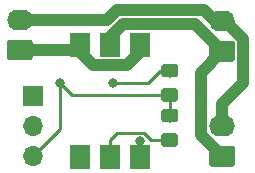
<source format=gbr>
G04 #@! TF.GenerationSoftware,KiCad,Pcbnew,(5.1.0)-1*
G04 #@! TF.CreationDate,2019-06-17T22:32:11+07:00*
G04 #@! TF.ProjectId,RCswitch2,52437377-6974-4636-9832-2e6b69636164,rev?*
G04 #@! TF.SameCoordinates,Original*
G04 #@! TF.FileFunction,Copper,L2,Bot*
G04 #@! TF.FilePolarity,Positive*
%FSLAX46Y46*%
G04 Gerber Fmt 4.6, Leading zero omitted, Abs format (unit mm)*
G04 Created by KiCad (PCBNEW (5.1.0)-1) date 2019-06-17 22:32:11*
%MOMM*%
%LPD*%
G04 APERTURE LIST*
%ADD10R,1.780000X2.000000*%
%ADD11C,0.100000*%
%ADD12C,1.150000*%
%ADD13R,1.700000X1.700000*%
%ADD14O,1.700000X1.700000*%
%ADD15C,1.740000*%
%ADD16O,2.200000X1.740000*%
%ADD17C,0.800000*%
%ADD18C,0.250000*%
%ADD19C,1.000000*%
G04 APERTURE END LIST*
D10*
X40259000Y-44892000D03*
X35179000Y-54422000D03*
X37719000Y-44892000D03*
X37719000Y-54422000D03*
X35179000Y-44892000D03*
X40259000Y-54422000D03*
D11*
G36*
X43273505Y-50344204D02*
G01*
X43297773Y-50347804D01*
X43321572Y-50353765D01*
X43344671Y-50362030D01*
X43366850Y-50372520D01*
X43387893Y-50385132D01*
X43407599Y-50399747D01*
X43425777Y-50416223D01*
X43442253Y-50434401D01*
X43456868Y-50454107D01*
X43469480Y-50475150D01*
X43479970Y-50497329D01*
X43488235Y-50520428D01*
X43494196Y-50544227D01*
X43497796Y-50568495D01*
X43499000Y-50592999D01*
X43499000Y-51243001D01*
X43497796Y-51267505D01*
X43494196Y-51291773D01*
X43488235Y-51315572D01*
X43479970Y-51338671D01*
X43469480Y-51360850D01*
X43456868Y-51381893D01*
X43442253Y-51401599D01*
X43425777Y-51419777D01*
X43407599Y-51436253D01*
X43387893Y-51450868D01*
X43366850Y-51463480D01*
X43344671Y-51473970D01*
X43321572Y-51482235D01*
X43297773Y-51488196D01*
X43273505Y-51491796D01*
X43249001Y-51493000D01*
X42348999Y-51493000D01*
X42324495Y-51491796D01*
X42300227Y-51488196D01*
X42276428Y-51482235D01*
X42253329Y-51473970D01*
X42231150Y-51463480D01*
X42210107Y-51450868D01*
X42190401Y-51436253D01*
X42172223Y-51419777D01*
X42155747Y-51401599D01*
X42141132Y-51381893D01*
X42128520Y-51360850D01*
X42118030Y-51338671D01*
X42109765Y-51315572D01*
X42103804Y-51291773D01*
X42100204Y-51267505D01*
X42099000Y-51243001D01*
X42099000Y-50592999D01*
X42100204Y-50568495D01*
X42103804Y-50544227D01*
X42109765Y-50520428D01*
X42118030Y-50497329D01*
X42128520Y-50475150D01*
X42141132Y-50454107D01*
X42155747Y-50434401D01*
X42172223Y-50416223D01*
X42190401Y-50399747D01*
X42210107Y-50385132D01*
X42231150Y-50372520D01*
X42253329Y-50362030D01*
X42276428Y-50353765D01*
X42300227Y-50347804D01*
X42324495Y-50344204D01*
X42348999Y-50343000D01*
X43249001Y-50343000D01*
X43273505Y-50344204D01*
X43273505Y-50344204D01*
G37*
D12*
X42799000Y-50918000D03*
D11*
G36*
X43273505Y-52394204D02*
G01*
X43297773Y-52397804D01*
X43321572Y-52403765D01*
X43344671Y-52412030D01*
X43366850Y-52422520D01*
X43387893Y-52435132D01*
X43407599Y-52449747D01*
X43425777Y-52466223D01*
X43442253Y-52484401D01*
X43456868Y-52504107D01*
X43469480Y-52525150D01*
X43479970Y-52547329D01*
X43488235Y-52570428D01*
X43494196Y-52594227D01*
X43497796Y-52618495D01*
X43499000Y-52642999D01*
X43499000Y-53293001D01*
X43497796Y-53317505D01*
X43494196Y-53341773D01*
X43488235Y-53365572D01*
X43479970Y-53388671D01*
X43469480Y-53410850D01*
X43456868Y-53431893D01*
X43442253Y-53451599D01*
X43425777Y-53469777D01*
X43407599Y-53486253D01*
X43387893Y-53500868D01*
X43366850Y-53513480D01*
X43344671Y-53523970D01*
X43321572Y-53532235D01*
X43297773Y-53538196D01*
X43273505Y-53541796D01*
X43249001Y-53543000D01*
X42348999Y-53543000D01*
X42324495Y-53541796D01*
X42300227Y-53538196D01*
X42276428Y-53532235D01*
X42253329Y-53523970D01*
X42231150Y-53513480D01*
X42210107Y-53500868D01*
X42190401Y-53486253D01*
X42172223Y-53469777D01*
X42155747Y-53451599D01*
X42141132Y-53431893D01*
X42128520Y-53410850D01*
X42118030Y-53388671D01*
X42109765Y-53365572D01*
X42103804Y-53341773D01*
X42100204Y-53317505D01*
X42099000Y-53293001D01*
X42099000Y-52642999D01*
X42100204Y-52618495D01*
X42103804Y-52594227D01*
X42109765Y-52570428D01*
X42118030Y-52547329D01*
X42128520Y-52525150D01*
X42141132Y-52504107D01*
X42155747Y-52484401D01*
X42172223Y-52466223D01*
X42190401Y-52449747D01*
X42210107Y-52435132D01*
X42231150Y-52422520D01*
X42253329Y-52412030D01*
X42276428Y-52403765D01*
X42300227Y-52397804D01*
X42324495Y-52394204D01*
X42348999Y-52393000D01*
X43249001Y-52393000D01*
X43273505Y-52394204D01*
X43273505Y-52394204D01*
G37*
D12*
X42799000Y-52968000D03*
D11*
G36*
X43273505Y-48584204D02*
G01*
X43297773Y-48587804D01*
X43321572Y-48593765D01*
X43344671Y-48602030D01*
X43366850Y-48612520D01*
X43387893Y-48625132D01*
X43407599Y-48639747D01*
X43425777Y-48656223D01*
X43442253Y-48674401D01*
X43456868Y-48694107D01*
X43469480Y-48715150D01*
X43479970Y-48737329D01*
X43488235Y-48760428D01*
X43494196Y-48784227D01*
X43497796Y-48808495D01*
X43499000Y-48832999D01*
X43499000Y-49483001D01*
X43497796Y-49507505D01*
X43494196Y-49531773D01*
X43488235Y-49555572D01*
X43479970Y-49578671D01*
X43469480Y-49600850D01*
X43456868Y-49621893D01*
X43442253Y-49641599D01*
X43425777Y-49659777D01*
X43407599Y-49676253D01*
X43387893Y-49690868D01*
X43366850Y-49703480D01*
X43344671Y-49713970D01*
X43321572Y-49722235D01*
X43297773Y-49728196D01*
X43273505Y-49731796D01*
X43249001Y-49733000D01*
X42348999Y-49733000D01*
X42324495Y-49731796D01*
X42300227Y-49728196D01*
X42276428Y-49722235D01*
X42253329Y-49713970D01*
X42231150Y-49703480D01*
X42210107Y-49690868D01*
X42190401Y-49676253D01*
X42172223Y-49659777D01*
X42155747Y-49641599D01*
X42141132Y-49621893D01*
X42128520Y-49600850D01*
X42118030Y-49578671D01*
X42109765Y-49555572D01*
X42103804Y-49531773D01*
X42100204Y-49507505D01*
X42099000Y-49483001D01*
X42099000Y-48832999D01*
X42100204Y-48808495D01*
X42103804Y-48784227D01*
X42109765Y-48760428D01*
X42118030Y-48737329D01*
X42128520Y-48715150D01*
X42141132Y-48694107D01*
X42155747Y-48674401D01*
X42172223Y-48656223D01*
X42190401Y-48639747D01*
X42210107Y-48625132D01*
X42231150Y-48612520D01*
X42253329Y-48602030D01*
X42276428Y-48593765D01*
X42300227Y-48587804D01*
X42324495Y-48584204D01*
X42348999Y-48583000D01*
X43249001Y-48583000D01*
X43273505Y-48584204D01*
X43273505Y-48584204D01*
G37*
D12*
X42799000Y-49158000D03*
D11*
G36*
X43273505Y-46534204D02*
G01*
X43297773Y-46537804D01*
X43321572Y-46543765D01*
X43344671Y-46552030D01*
X43366850Y-46562520D01*
X43387893Y-46575132D01*
X43407599Y-46589747D01*
X43425777Y-46606223D01*
X43442253Y-46624401D01*
X43456868Y-46644107D01*
X43469480Y-46665150D01*
X43479970Y-46687329D01*
X43488235Y-46710428D01*
X43494196Y-46734227D01*
X43497796Y-46758495D01*
X43499000Y-46782999D01*
X43499000Y-47433001D01*
X43497796Y-47457505D01*
X43494196Y-47481773D01*
X43488235Y-47505572D01*
X43479970Y-47528671D01*
X43469480Y-47550850D01*
X43456868Y-47571893D01*
X43442253Y-47591599D01*
X43425777Y-47609777D01*
X43407599Y-47626253D01*
X43387893Y-47640868D01*
X43366850Y-47653480D01*
X43344671Y-47663970D01*
X43321572Y-47672235D01*
X43297773Y-47678196D01*
X43273505Y-47681796D01*
X43249001Y-47683000D01*
X42348999Y-47683000D01*
X42324495Y-47681796D01*
X42300227Y-47678196D01*
X42276428Y-47672235D01*
X42253329Y-47663970D01*
X42231150Y-47653480D01*
X42210107Y-47640868D01*
X42190401Y-47626253D01*
X42172223Y-47609777D01*
X42155747Y-47591599D01*
X42141132Y-47571893D01*
X42128520Y-47550850D01*
X42118030Y-47528671D01*
X42109765Y-47505572D01*
X42103804Y-47481773D01*
X42100204Y-47457505D01*
X42099000Y-47433001D01*
X42099000Y-46782999D01*
X42100204Y-46758495D01*
X42103804Y-46734227D01*
X42109765Y-46710428D01*
X42118030Y-46687329D01*
X42128520Y-46665150D01*
X42141132Y-46644107D01*
X42155747Y-46624401D01*
X42172223Y-46606223D01*
X42190401Y-46589747D01*
X42210107Y-46575132D01*
X42231150Y-46562520D01*
X42253329Y-46552030D01*
X42276428Y-46543765D01*
X42300227Y-46537804D01*
X42324495Y-46534204D01*
X42348999Y-46533000D01*
X43249001Y-46533000D01*
X43273505Y-46534204D01*
X43273505Y-46534204D01*
G37*
D12*
X42799000Y-47108000D03*
D13*
X31242000Y-49276000D03*
D14*
X31242000Y-51816000D03*
X31242000Y-54356000D03*
D11*
G36*
X30973505Y-44470204D02*
G01*
X30997773Y-44473804D01*
X31021572Y-44479765D01*
X31044671Y-44488030D01*
X31066850Y-44498520D01*
X31087893Y-44511132D01*
X31107599Y-44525747D01*
X31125777Y-44542223D01*
X31142253Y-44560401D01*
X31156868Y-44580107D01*
X31169480Y-44601150D01*
X31179970Y-44623329D01*
X31188235Y-44646428D01*
X31194196Y-44670227D01*
X31197796Y-44694495D01*
X31199000Y-44718999D01*
X31199000Y-45959001D01*
X31197796Y-45983505D01*
X31194196Y-46007773D01*
X31188235Y-46031572D01*
X31179970Y-46054671D01*
X31169480Y-46076850D01*
X31156868Y-46097893D01*
X31142253Y-46117599D01*
X31125777Y-46135777D01*
X31107599Y-46152253D01*
X31087893Y-46166868D01*
X31066850Y-46179480D01*
X31044671Y-46189970D01*
X31021572Y-46198235D01*
X30997773Y-46204196D01*
X30973505Y-46207796D01*
X30949001Y-46209000D01*
X29248999Y-46209000D01*
X29224495Y-46207796D01*
X29200227Y-46204196D01*
X29176428Y-46198235D01*
X29153329Y-46189970D01*
X29131150Y-46179480D01*
X29110107Y-46166868D01*
X29090401Y-46152253D01*
X29072223Y-46135777D01*
X29055747Y-46117599D01*
X29041132Y-46097893D01*
X29028520Y-46076850D01*
X29018030Y-46054671D01*
X29009765Y-46031572D01*
X29003804Y-46007773D01*
X29000204Y-45983505D01*
X28999000Y-45959001D01*
X28999000Y-44718999D01*
X29000204Y-44694495D01*
X29003804Y-44670227D01*
X29009765Y-44646428D01*
X29018030Y-44623329D01*
X29028520Y-44601150D01*
X29041132Y-44580107D01*
X29055747Y-44560401D01*
X29072223Y-44542223D01*
X29090401Y-44525747D01*
X29110107Y-44511132D01*
X29131150Y-44498520D01*
X29153329Y-44488030D01*
X29176428Y-44479765D01*
X29200227Y-44473804D01*
X29224495Y-44470204D01*
X29248999Y-44469000D01*
X30949001Y-44469000D01*
X30973505Y-44470204D01*
X30973505Y-44470204D01*
G37*
D15*
X30099000Y-45339000D03*
D16*
X30099000Y-42799000D03*
D11*
G36*
X48118505Y-53487204D02*
G01*
X48142773Y-53490804D01*
X48166572Y-53496765D01*
X48189671Y-53505030D01*
X48211850Y-53515520D01*
X48232893Y-53528132D01*
X48252599Y-53542747D01*
X48270777Y-53559223D01*
X48287253Y-53577401D01*
X48301868Y-53597107D01*
X48314480Y-53618150D01*
X48324970Y-53640329D01*
X48333235Y-53663428D01*
X48339196Y-53687227D01*
X48342796Y-53711495D01*
X48344000Y-53735999D01*
X48344000Y-54976001D01*
X48342796Y-55000505D01*
X48339196Y-55024773D01*
X48333235Y-55048572D01*
X48324970Y-55071671D01*
X48314480Y-55093850D01*
X48301868Y-55114893D01*
X48287253Y-55134599D01*
X48270777Y-55152777D01*
X48252599Y-55169253D01*
X48232893Y-55183868D01*
X48211850Y-55196480D01*
X48189671Y-55206970D01*
X48166572Y-55215235D01*
X48142773Y-55221196D01*
X48118505Y-55224796D01*
X48094001Y-55226000D01*
X46393999Y-55226000D01*
X46369495Y-55224796D01*
X46345227Y-55221196D01*
X46321428Y-55215235D01*
X46298329Y-55206970D01*
X46276150Y-55196480D01*
X46255107Y-55183868D01*
X46235401Y-55169253D01*
X46217223Y-55152777D01*
X46200747Y-55134599D01*
X46186132Y-55114893D01*
X46173520Y-55093850D01*
X46163030Y-55071671D01*
X46154765Y-55048572D01*
X46148804Y-55024773D01*
X46145204Y-55000505D01*
X46144000Y-54976001D01*
X46144000Y-53735999D01*
X46145204Y-53711495D01*
X46148804Y-53687227D01*
X46154765Y-53663428D01*
X46163030Y-53640329D01*
X46173520Y-53618150D01*
X46186132Y-53597107D01*
X46200747Y-53577401D01*
X46217223Y-53559223D01*
X46235401Y-53542747D01*
X46255107Y-53528132D01*
X46276150Y-53515520D01*
X46298329Y-53505030D01*
X46321428Y-53496765D01*
X46345227Y-53490804D01*
X46369495Y-53487204D01*
X46393999Y-53486000D01*
X48094001Y-53486000D01*
X48118505Y-53487204D01*
X48118505Y-53487204D01*
G37*
D15*
X47244000Y-54356000D03*
D16*
X47244000Y-51816000D03*
D11*
G36*
X48118505Y-44597204D02*
G01*
X48142773Y-44600804D01*
X48166572Y-44606765D01*
X48189671Y-44615030D01*
X48211850Y-44625520D01*
X48232893Y-44638132D01*
X48252599Y-44652747D01*
X48270777Y-44669223D01*
X48287253Y-44687401D01*
X48301868Y-44707107D01*
X48314480Y-44728150D01*
X48324970Y-44750329D01*
X48333235Y-44773428D01*
X48339196Y-44797227D01*
X48342796Y-44821495D01*
X48344000Y-44845999D01*
X48344000Y-46086001D01*
X48342796Y-46110505D01*
X48339196Y-46134773D01*
X48333235Y-46158572D01*
X48324970Y-46181671D01*
X48314480Y-46203850D01*
X48301868Y-46224893D01*
X48287253Y-46244599D01*
X48270777Y-46262777D01*
X48252599Y-46279253D01*
X48232893Y-46293868D01*
X48211850Y-46306480D01*
X48189671Y-46316970D01*
X48166572Y-46325235D01*
X48142773Y-46331196D01*
X48118505Y-46334796D01*
X48094001Y-46336000D01*
X46393999Y-46336000D01*
X46369495Y-46334796D01*
X46345227Y-46331196D01*
X46321428Y-46325235D01*
X46298329Y-46316970D01*
X46276150Y-46306480D01*
X46255107Y-46293868D01*
X46235401Y-46279253D01*
X46217223Y-46262777D01*
X46200747Y-46244599D01*
X46186132Y-46224893D01*
X46173520Y-46203850D01*
X46163030Y-46181671D01*
X46154765Y-46158572D01*
X46148804Y-46134773D01*
X46145204Y-46110505D01*
X46144000Y-46086001D01*
X46144000Y-44845999D01*
X46145204Y-44821495D01*
X46148804Y-44797227D01*
X46154765Y-44773428D01*
X46163030Y-44750329D01*
X46173520Y-44728150D01*
X46186132Y-44707107D01*
X46200747Y-44687401D01*
X46217223Y-44669223D01*
X46235401Y-44652747D01*
X46255107Y-44638132D01*
X46276150Y-44625520D01*
X46298329Y-44615030D01*
X46321428Y-44606765D01*
X46345227Y-44600804D01*
X46369495Y-44597204D01*
X46393999Y-44596000D01*
X48094001Y-44596000D01*
X48118505Y-44597204D01*
X48118505Y-44597204D01*
G37*
D15*
X47244000Y-45466000D03*
D16*
X47244000Y-42926000D03*
D17*
X33528000Y-48133000D03*
X37973000Y-48133000D03*
X40259000Y-53086000D03*
D18*
X33528000Y-52070000D02*
X31242000Y-54356000D01*
X33528000Y-48133000D02*
X33528000Y-52070000D01*
X42799000Y-49158000D02*
X42799000Y-50918000D01*
X34553000Y-49158000D02*
X33528000Y-48133000D01*
X42799000Y-49158000D02*
X34553000Y-49158000D01*
X38538685Y-48133000D02*
X37973000Y-48133000D01*
X40974000Y-48133000D02*
X38538685Y-48133000D01*
X41999000Y-47108000D02*
X40974000Y-48133000D01*
X42799000Y-47108000D02*
X41999000Y-47108000D01*
X37719000Y-54312000D02*
X37719000Y-54422000D01*
X40607001Y-52360999D02*
X38317001Y-52360999D01*
X42799000Y-52968000D02*
X41214002Y-52968000D01*
X41214002Y-52968000D02*
X40607001Y-52360999D01*
X37719000Y-52959000D02*
X37719000Y-54422000D01*
X38317001Y-52360999D02*
X37719000Y-52959000D01*
X40259000Y-53086000D02*
X40259000Y-54422000D01*
D19*
X38311939Y-41991989D02*
X45674989Y-41991989D01*
X30099000Y-42799000D02*
X37504928Y-42799000D01*
X37504928Y-42799000D02*
X38311939Y-41991989D01*
X46609000Y-42926000D02*
X47244000Y-42926000D01*
X45674989Y-41991989D02*
X46609000Y-42926000D01*
X47244000Y-49946000D02*
X47244000Y-51816000D01*
X49044010Y-48145990D02*
X47244000Y-49946000D01*
X49044010Y-44452490D02*
X49044010Y-48145990D01*
X47517520Y-42926000D02*
X49044010Y-44452490D01*
X47244000Y-42926000D02*
X47517520Y-42926000D01*
X34732000Y-45339000D02*
X35179000Y-44892000D01*
X30099000Y-45339000D02*
X34732000Y-45339000D01*
X40259000Y-45502002D02*
X40259000Y-44892000D01*
X39169001Y-46592001D02*
X40259000Y-45502002D01*
X36268999Y-46592001D02*
X39169001Y-46592001D01*
X35179000Y-45502002D02*
X36268999Y-46592001D01*
X35179000Y-44892000D02*
X35179000Y-45502002D01*
X46304227Y-44526227D02*
X47244000Y-45466000D01*
X44969999Y-43191999D02*
X46304227Y-44526227D01*
X38808999Y-43191999D02*
X44969999Y-43191999D01*
X37719000Y-44281998D02*
X38808999Y-43191999D01*
X37719000Y-44892000D02*
X37719000Y-44281998D01*
X46304227Y-53416227D02*
X47244000Y-54356000D01*
X45443990Y-52555990D02*
X46304227Y-53416227D01*
X45443990Y-47266010D02*
X45443990Y-52555990D01*
X47244000Y-45466000D02*
X45443990Y-47266010D01*
M02*

</source>
